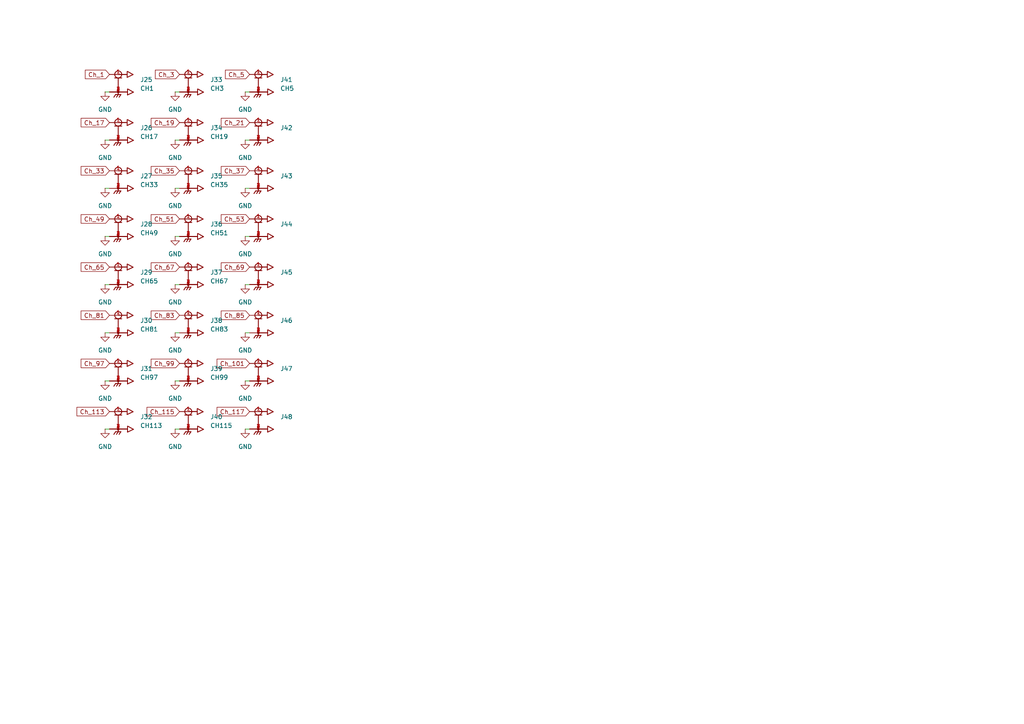
<source format=kicad_sch>
(kicad_sch (version 20231120) (generator "eeschema") (generator_version "8.0")
  (paper "A4")
  (lib_symbols
    (symbol "FARICH:20449-001E-03" (pin_names (offset 1.016))
      (property "Reference" "J" (at -3.816 4.0704 0))
      (property "Value" "20449-001E-03" (at -4.3251 -5.5971 0))
      (symbol "20449-001E-03_0_0"
        (circle (center 0 -2.54) (radius 0.254) (stroke (width 0.254)))
        (polyline (pts (xy -1.016 1.524) (xy 0 1.524)) (stroke (width 0.254)))
        (polyline (pts (xy -0.762 -3.302) (xy -1.27 -4.064)) (stroke (width 0.254)))
        (polyline (pts (xy 0 -3.302) (xy -0.762 -3.302)) (stroke (width 0.254)))
        (polyline (pts (xy 0 -3.302) (xy -0.508 -4.064)) (stroke (width 0.254)))
        (polyline (pts (xy 0 -3.302) (xy 0.762 -3.302)) (stroke (width 0.254)))
        (polyline (pts (xy 0 -2.54) (xy 0 -3.302)) (stroke (width 0.254)))
        (polyline (pts (xy 0 1.524) (xy 0 -2.54)) (stroke (width 0.254)))
        (polyline (pts (xy 0 1.524) (xy 1.016 1.524)) (stroke (width 0.254)))
        (polyline (pts (xy 0.762 -3.302) (xy 0.254 -4.064)) (stroke (width 0.254)))
        (polyline (pts (xy 2.54 -2.54) (xy 0 -2.54)) (stroke (width 0.254)))
        (polyline (pts (xy 2.54 2.54) (xy 0 2.54)) (stroke (width 0.254)))
        (polyline (pts (xy 2.6 1.7) (xy 4.3 2.5)) (stroke (width 0.254)))
        (polyline (pts (xy 2.6 3.4) (xy 2.6 1.7)) (stroke (width 0.254)))
        (polyline (pts (xy 2.7 -3.4) (xy 4.4 -2.6)) (stroke (width 0.254)))
        (polyline (pts (xy 2.7 -1.7) (xy 2.7 -3.4)) (stroke (width 0.254)))
        (polyline (pts (xy 4.3 2.5) (xy 2.7 3.4)) (stroke (width 0.254)))
        (polyline (pts (xy 4.4 -2.6) (xy 2.8 -1.7)) (stroke (width 0.254)))
        (circle (center 0 2.54) (radius 1.016) (stroke (width 0.254)))
        (pin passive line (at -2.54 2.54 0) (length 5.08) (name "~") (number "1"))
        (pin power_in line (at -2.54 -2.54 0) (length 5.08) (name "~") (number "2"))
        (pin power_in line (at -2.54 -2.54 0) (length 5.08) (name "~") (number "3"))
        (pin power_in line (at -2.54 -2.54 0) (length 5.08) (name "~") (number "4"))
      )
    )
    (symbol "power:GND" (power) (pin_numbers hide) (pin_names (offset 0) hide)
      (property "Value" "GND" (at 0 -3.81 0))
      (symbol "GND_0_1"
        (polyline (pts (xy 0 0) (xy 0 -1.27) (xy 1.27 -1.27) (xy 0 -2.54) (xy -1.27 -1.27) (xy 0 -1.27)))
      )
      (symbol "GND_1_1"
        (pin power_in line (at 0 0 270) (length 0) (name "~") (number "1"))
      )
    )
  )
  (wire (pts (xy 30.48 40.64) (xy 31.75 40.64)))
  (wire (pts (xy 30.48 96.52) (xy 31.75 96.52)))
  (wire (pts (xy 71.12 40.64) (xy 72.39 40.64)))
  (wire (pts (xy 30.48 82.55) (xy 31.75 82.55)))
  (wire (pts (xy 71.12 96.52) (xy 72.39 96.52)))
  (wire (pts (xy 50.8 124.46) (xy 52.07 124.46)))
  (wire (pts (xy 71.12 124.46) (xy 72.39 124.46)))
  (wire (pts (xy 50.8 96.52) (xy 52.07 96.52)))
  (wire (pts (xy 50.8 26.67) (xy 52.07 26.67)))
  (wire (pts (xy 50.8 82.55) (xy 52.07 82.55)))
  (wire (pts (xy 30.48 54.61) (xy 31.75 54.61)))
  (wire (pts (xy 50.8 40.64) (xy 52.07 40.64)))
  (wire (pts (xy 30.48 26.67) (xy 31.75 26.67)))
  (wire (pts (xy 71.12 68.58) (xy 72.39 68.58)))
  (wire (pts (xy 50.8 54.61) (xy 52.07 54.61)))
  (wire (pts (xy 71.12 54.61) (xy 72.39 54.61)))
  (wire (pts (xy 71.12 110.49) (xy 72.39 110.49)))
  (wire (pts (xy 71.12 26.67) (xy 72.39 26.67)))
  (wire (pts (xy 50.8 110.49) (xy 52.07 110.49)))
  (wire (pts (xy 30.48 110.49) (xy 31.75 110.49)))
  (wire (pts (xy 71.12 82.55) (xy 72.39 82.55)))
  (wire (pts (xy 30.48 124.46) (xy 31.75 124.46)))
  (wire (pts (xy 50.8 68.58) (xy 52.07 68.58)))
  (wire (pts (xy 30.48 68.58) (xy 31.75 68.58)))
  (global_label "Ch_65" (shape input) (at 31.75 77.47 180) (property "Intersheetrefs" "${INTERSHEET_REFS}" (effects (hide yes))))
  (global_label "Ch_5" (shape input) (at 72.39 21.59 180) (property "Intersheetrefs" "${INTERSHEET_REFS}" (effects (hide yes))))
  (global_label "Ch_21" (shape input) (at 72.39 35.56 180) (property "Intersheetrefs" "${INTERSHEET_REFS}" (effects (hide yes))))
  (global_label "Ch_35" (shape input) (at 52.07 49.53 180) (property "Intersheetrefs" "${INTERSHEET_REFS}" (effects (hide yes))))
  (global_label "Ch_1" (shape input) (at 31.75 21.59 180) (property "Intersheetrefs" "${INTERSHEET_REFS}" (effects (hide yes))))
  (global_label "Ch_113" (shape input) (at 31.75 119.38 180) (property "Intersheetrefs" "${INTERSHEET_REFS}" (effects (hide yes))))
  (global_label "Ch_3" (shape input) (at 52.07 21.59 180) (property "Intersheetrefs" "${INTERSHEET_REFS}" (effects (hide yes))))
  (global_label "Ch_85" (shape input) (at 72.39 91.44 180) (property "Intersheetrefs" "${INTERSHEET_REFS}" (effects (hide yes))))
  (global_label "Ch_37" (shape input) (at 72.39 49.53 180) (property "Intersheetrefs" "${INTERSHEET_REFS}" (effects (hide yes))))
  (global_label "Ch_83" (shape input) (at 52.07 91.44 180) (property "Intersheetrefs" "${INTERSHEET_REFS}" (effects (hide yes))))
  (global_label "Ch_33" (shape input) (at 31.75 49.53 180) (property "Intersheetrefs" "${INTERSHEET_REFS}" (effects (hide yes))))
  (global_label "Ch_81" (shape input) (at 31.75 91.44 180) (property "Intersheetrefs" "${INTERSHEET_REFS}" (effects (hide yes))))
  (global_label "Ch_53" (shape input) (at 72.39 63.5 180) (property "Intersheetrefs" "${INTERSHEET_REFS}" (effects (hide yes))))
  (global_label "Ch_17" (shape input) (at 31.75 35.56 180) (property "Intersheetrefs" "${INTERSHEET_REFS}" (effects (hide yes))))
  (global_label "Ch_19" (shape input) (at 52.07 35.56 180) (property "Intersheetrefs" "${INTERSHEET_REFS}" (effects (hide yes))))
  (global_label "Ch_101" (shape input) (at 72.39 105.41 180) (property "Intersheetrefs" "${INTERSHEET_REFS}" (effects (hide yes))))
  (global_label "Ch_97" (shape input) (at 31.75 105.41 180) (property "Intersheetrefs" "${INTERSHEET_REFS}" (effects (hide yes))))
  (global_label "Ch_117" (shape input) (at 72.39 119.38 180) (property "Intersheetrefs" "${INTERSHEET_REFS}" (effects (hide yes))))
  (global_label "Ch_69" (shape input) (at 72.39 77.47 180) (property "Intersheetrefs" "${INTERSHEET_REFS}" (effects (hide yes))))
  (global_label "Ch_99" (shape input) (at 52.07 105.41 180) (property "Intersheetrefs" "${INTERSHEET_REFS}" (effects (hide yes))))
  (global_label "Ch_51" (shape input) (at 52.07 63.5 180) (property "Intersheetrefs" "${INTERSHEET_REFS}" (effects (hide yes))))
  (global_label "Ch_67" (shape input) (at 52.07 77.47 180) (property "Intersheetrefs" "${INTERSHEET_REFS}" (effects (hide yes))))
  (global_label "Ch_49" (shape input) (at 31.75 63.5 180) (property "Intersheetrefs" "${INTERSHEET_REFS}" (effects (hide yes))))
  (global_label "Ch_115" (shape input) (at 52.07 119.38 180) (property "Intersheetrefs" "${INTERSHEET_REFS}" (effects (hide yes))))
  (symbol (lib_id "power:GND") (at 71.12 40.64 0) (unit 1)
    (property "Reference" "#PWR043" (effects (hide yes)))
    (property "Value" "GND" (at 71.12 45.72 0))
    (property "Description" "Power symbol creates a global label with name \"GND\" , ground" (effects (hide yes)))
  )
  (symbol (lib_id "power:GND") (at 30.48 68.58 0) (unit 1)
    (property "Reference" "#PWR029" (effects (hide yes)))
    (property "Value" "GND" (at 30.48 73.66 0))
    (property "Description" "Power symbol creates a global label with name \"GND\" , ground" (effects (hide yes)))
  )
  (symbol (lib_id "power:GND") (at 71.12 96.52 0) (unit 1)
    (property "Reference" "#PWR047" (effects (hide yes)))
    (property "Value" "GND" (at 71.12 101.6 0))
    (property "Description" "Power symbol creates a global label with name \"GND\" , ground" (effects (hide yes)))
  )
  (symbol (lib_id "power:GND") (at 71.12 54.61 0) (unit 1)
    (property "Reference" "#PWR044" (effects (hide yes)))
    (property "Value" "GND" (at 71.12 59.69 0))
    (property "Description" "Power symbol creates a global label with name \"GND\" , ground" (effects (hide yes)))
  )
  (symbol (lib_id "FARICH:20449-001E-03") (at 74.93 107.95 0) (unit 1)
    (property "Reference" "J47" (at 81.28 106.9339 0) (effects (justify left)))
    (property "Value" "CH101" (effects (hide yes)))
    (property "Footprint" "IPEX:IPEX_20449-001E-03" (effects (hide yes)))
    (property "MF" "I-PEX" (effects (hide yes)))
    (property "Description_1" "\n1 POS Vertical SMD Small form factor with big performance through 6 GHz connector, RF, micro-coaxial MHF 4 Receptacle\n" (effects (hide yes)))
    (property "Package" "None" (effects (hide yes)))
    (property "Price" "None" (effects (hide yes)))
    (property "Check_prices" "https://www.snapeda.com/parts/20449-001E-03/I-PEX/view-part/?ref=eda" (effects (hide yes)))
    (property "PARTREV" "5" (effects (hide yes)))
    (property "SnapEDA_Link" "https://www.snapeda.com/parts/20449-001E-03/I-PEX/view-part/?ref=snap" (effects (hide yes)))
    (property "MP" "20449-001E-03" (effects (hide yes)))
    (property "Purchase-URL" "https://www.snapeda.com/api/url_track_click_mouser/?unipart_id=3220640&manufacturer=I-PEX&part_name=20449-001E-03&search_term=ipex" (effects (hide yes)))
    (property "Availability" "In Stock" (effects (hide yes)))
    (property "STANDART" "Manufacturer Recomendations" (effects (hide yes)))
  )
  (symbol (lib_id "power:GND") (at 50.8 68.58 0) (unit 1)
    (property "Reference" "#PWR037" (effects (hide yes)))
    (property "Value" "GND" (at 50.8 73.66 0))
    (property "Description" "Power symbol creates a global label with name \"GND\" , ground" (effects (hide yes)))
  )
  (symbol (lib_id "power:GND") (at 71.12 26.67 0) (unit 1)
    (property "Reference" "#PWR042" (effects (hide yes)))
    (property "Value" "GND" (at 71.12 31.75 0))
    (property "Description" "Power symbol creates a global label with name \"GND\" , ground" (effects (hide yes)))
  )
  (symbol (lib_id "FARICH:20449-001E-03") (at 54.61 121.92 0) (unit 1)
    (property "Reference" "J40" (at 60.96 120.9039 0) (effects (justify left)))
    (property "Value" "CH115" (at 60.96 123.4439 0) (effects (justify left)))
    (property "Footprint" "IPEX:IPEX_20449-001E-03" (effects (hide yes)))
    (property "MF" "I-PEX" (effects (hide yes)))
    (property "Description_1" "\n1 POS Vertical SMD Small form factor with big performance through 6 GHz connector, RF, micro-coaxial MHF 4 Receptacle\n" (effects (hide yes)))
    (property "Package" "None" (effects (hide yes)))
    (property "Price" "None" (effects (hide yes)))
    (property "Check_prices" "https://www.snapeda.com/parts/20449-001E-03/I-PEX/view-part/?ref=eda" (effects (hide yes)))
    (property "PARTREV" "5" (effects (hide yes)))
    (property "SnapEDA_Link" "https://www.snapeda.com/parts/20449-001E-03/I-PEX/view-part/?ref=snap" (effects (hide yes)))
    (property "MP" "20449-001E-03" (effects (hide yes)))
    (property "Purchase-URL" "https://www.snapeda.com/api/url_track_click_mouser/?unipart_id=3220640&manufacturer=I-PEX&part_name=20449-001E-03&search_term=ipex" (effects (hide yes)))
    (property "Availability" "In Stock" (effects (hide yes)))
    (property "STANDART" "Manufacturer Recomendations" (effects (hide yes)))
  )
  (symbol (lib_id "FARICH:20449-001E-03") (at 34.29 24.13 0) (unit 1)
    (property "Reference" "J25" (at 40.64 23.1139 0) (effects (justify left)))
    (property "Value" "CH1" (at 40.64 25.6539 0) (effects (justify left)))
    (property "Footprint" "IPEX:IPEX_20449-001E-03" (effects (hide yes)))
    (property "MF" "I-PEX" (effects (hide yes)))
    (property "Description_1" "\n1 POS Vertical SMD Small form factor with big performance through 6 GHz connector, RF, micro-coaxial MHF 4 Receptacle\n" (effects (hide yes)))
    (property "Package" "None" (effects (hide yes)))
    (property "Price" "None" (effects (hide yes)))
    (property "Check_prices" "https://www.snapeda.com/parts/20449-001E-03/I-PEX/view-part/?ref=eda" (effects (hide yes)))
    (property "PARTREV" "5" (effects (hide yes)))
    (property "SnapEDA_Link" "https://www.snapeda.com/parts/20449-001E-03/I-PEX/view-part/?ref=snap" (effects (hide yes)))
    (property "MP" "20449-001E-03" (effects (hide yes)))
    (property "Purchase-URL" "https://www.snapeda.com/api/url_track_click_mouser/?unipart_id=3220640&manufacturer=I-PEX&part_name=20449-001E-03&search_term=ipex" (effects (hide yes)))
    (property "Availability" "In Stock" (effects (hide yes)))
    (property "STANDART" "Manufacturer Recomendations" (effects (hide yes)))
  )
  (symbol (lib_id "power:GND") (at 30.48 110.49 0) (unit 1)
    (property "Reference" "#PWR032" (effects (hide yes)))
    (property "Value" "GND" (at 30.48 115.57 0))
    (property "Description" "Power symbol creates a global label with name \"GND\" , ground" (effects (hide yes)))
  )
  (symbol (lib_id "power:GND") (at 30.48 40.64 0) (unit 1)
    (property "Reference" "#PWR027" (effects (hide yes)))
    (property "Value" "GND" (at 30.48 45.72 0))
    (property "Description" "Power symbol creates a global label with name \"GND\" , ground" (effects (hide yes)))
  )
  (symbol (lib_id "power:GND") (at 71.12 124.46 0) (unit 1)
    (property "Reference" "#PWR049" (effects (hide yes)))
    (property "Value" "GND" (at 71.12 129.54 0))
    (property "Description" "Power symbol creates a global label with name \"GND\" , ground" (effects (hide yes)))
  )
  (symbol (lib_id "FARICH:20449-001E-03") (at 54.61 38.1 0) (unit 1)
    (property "Reference" "J34" (at 60.96 37.0839 0) (effects (justify left)))
    (property "Value" "CH19" (at 60.96 39.6239 0) (effects (justify left)))
    (property "Footprint" "IPEX:IPEX_20449-001E-03" (effects (hide yes)))
    (property "MF" "I-PEX" (effects (hide yes)))
    (property "Description_1" "\n1 POS Vertical SMD Small form factor with big performance through 6 GHz connector, RF, micro-coaxial MHF 4 Receptacle\n" (effects (hide yes)))
    (property "Package" "None" (effects (hide yes)))
    (property "Price" "None" (effects (hide yes)))
    (property "Check_prices" "https://www.snapeda.com/parts/20449-001E-03/I-PEX/view-part/?ref=eda" (effects (hide yes)))
    (property "PARTREV" "5" (effects (hide yes)))
    (property "SnapEDA_Link" "https://www.snapeda.com/parts/20449-001E-03/I-PEX/view-part/?ref=snap" (effects (hide yes)))
    (property "MP" "20449-001E-03" (effects (hide yes)))
    (property "Purchase-URL" "https://www.snapeda.com/api/url_track_click_mouser/?unipart_id=3220640&manufacturer=I-PEX&part_name=20449-001E-03&search_term=ipex" (effects (hide yes)))
    (property "Availability" "In Stock" (effects (hide yes)))
    (property "STANDART" "Manufacturer Recomendations" (effects (hide yes)))
  )
  (symbol (lib_id "power:GND") (at 50.8 82.55 0) (unit 1)
    (property "Reference" "#PWR038" (effects (hide yes)))
    (property "Value" "GND" (at 50.8 87.63 0))
    (property "Description" "Power symbol creates a global label with name \"GND\" , ground" (effects (hide yes)))
  )
  (symbol (lib_id "power:GND") (at 30.48 54.61 0) (unit 1)
    (property "Reference" "#PWR028" (effects (hide yes)))
    (property "Value" "GND" (at 30.48 59.69 0))
    (property "Description" "Power symbol creates a global label with name \"GND\" , ground" (effects (hide yes)))
  )
  (symbol (lib_id "FARICH:20449-001E-03") (at 34.29 107.95 0) (unit 1)
    (property "Reference" "J31" (at 40.64 106.9339 0) (effects (justify left)))
    (property "Value" "CH97" (at 40.64 109.4739 0) (effects (justify left)))
    (property "Footprint" "IPEX:IPEX_20449-001E-03" (effects (hide yes)))
    (property "MF" "I-PEX" (effects (hide yes)))
    (property "Description_1" "\n1 POS Vertical SMD Small form factor with big performance through 6 GHz connector, RF, micro-coaxial MHF 4 Receptacle\n" (effects (hide yes)))
    (property "Package" "None" (effects (hide yes)))
    (property "Price" "None" (effects (hide yes)))
    (property "Check_prices" "https://www.snapeda.com/parts/20449-001E-03/I-PEX/view-part/?ref=eda" (effects (hide yes)))
    (property "PARTREV" "5" (effects (hide yes)))
    (property "SnapEDA_Link" "https://www.snapeda.com/parts/20449-001E-03/I-PEX/view-part/?ref=snap" (effects (hide yes)))
    (property "MP" "20449-001E-03" (effects (hide yes)))
    (property "Purchase-URL" "https://www.snapeda.com/api/url_track_click_mouser/?unipart_id=3220640&manufacturer=I-PEX&part_name=20449-001E-03&search_term=ipex" (effects (hide yes)))
    (property "Availability" "In Stock" (effects (hide yes)))
    (property "STANDART" "Manufacturer Recomendations" (effects (hide yes)))
  )
  (symbol (lib_id "FARICH:20449-001E-03") (at 34.29 66.04 0) (unit 1)
    (property "Reference" "J28" (at 40.64 65.0239 0) (effects (justify left)))
    (property "Value" "CH49" (at 40.64 67.5639 0) (effects (justify left)))
    (property "Footprint" "IPEX:IPEX_20449-001E-03" (effects (hide yes)))
    (property "MF" "I-PEX" (effects (hide yes)))
    (property "Description_1" "\n1 POS Vertical SMD Small form factor with big performance through 6 GHz connector, RF, micro-coaxial MHF 4 Receptacle\n" (effects (hide yes)))
    (property "Package" "None" (effects (hide yes)))
    (property "Price" "None" (effects (hide yes)))
    (property "Check_prices" "https://www.snapeda.com/parts/20449-001E-03/I-PEX/view-part/?ref=eda" (effects (hide yes)))
    (property "PARTREV" "5" (effects (hide yes)))
    (property "SnapEDA_Link" "https://www.snapeda.com/parts/20449-001E-03/I-PEX/view-part/?ref=snap" (effects (hide yes)))
    (property "MP" "20449-001E-03" (effects (hide yes)))
    (property "Purchase-URL" "https://www.snapeda.com/api/url_track_click_mouser/?unipart_id=3220640&manufacturer=I-PEX&part_name=20449-001E-03&search_term=ipex" (effects (hide yes)))
    (property "Availability" "In Stock" (effects (hide yes)))
    (property "STANDART" "Manufacturer Recomendations" (effects (hide yes)))
  )
  (symbol (lib_id "FARICH:20449-001E-03") (at 74.93 93.98 0) (unit 1)
    (property "Reference" "J46" (at 81.28 92.9639 0) (effects (justify left)))
    (property "Value" "CH85" (effects (hide yes)))
    (property "Footprint" "IPEX:IPEX_20449-001E-03" (effects (hide yes)))
    (property "MF" "I-PEX" (effects (hide yes)))
    (property "Description_1" "\n1 POS Vertical SMD Small form factor with big performance through 6 GHz connector, RF, micro-coaxial MHF 4 Receptacle\n" (effects (hide yes)))
    (property "Package" "None" (effects (hide yes)))
    (property "Price" "None" (effects (hide yes)))
    (property "Check_prices" "https://www.snapeda.com/parts/20449-001E-03/I-PEX/view-part/?ref=eda" (effects (hide yes)))
    (property "PARTREV" "5" (effects (hide yes)))
    (property "SnapEDA_Link" "https://www.snapeda.com/parts/20449-001E-03/I-PEX/view-part/?ref=snap" (effects (hide yes)))
    (property "MP" "20449-001E-03" (effects (hide yes)))
    (property "Purchase-URL" "https://www.snapeda.com/api/url_track_click_mouser/?unipart_id=3220640&manufacturer=I-PEX&part_name=20449-001E-03&search_term=ipex" (effects (hide yes)))
    (property "Availability" "In Stock" (effects (hide yes)))
    (property "STANDART" "Manufacturer Recomendations" (effects (hide yes)))
  )
  (symbol (lib_id "FARICH:20449-001E-03") (at 54.61 52.07 0) (unit 1)
    (property "Reference" "J35" (at 60.96 51.0539 0) (effects (justify left)))
    (property "Value" "CH35" (at 60.96 53.5939 0) (effects (justify left)))
    (property "Footprint" "IPEX:IPEX_20449-001E-03" (effects (hide yes)))
    (property "MF" "I-PEX" (effects (hide yes)))
    (property "Description_1" "\n1 POS Vertical SMD Small form factor with big performance through 6 GHz connector, RF, micro-coaxial MHF 4 Receptacle\n" (effects (hide yes)))
    (property "Package" "None" (effects (hide yes)))
    (property "Price" "None" (effects (hide yes)))
    (property "Check_prices" "https://www.snapeda.com/parts/20449-001E-03/I-PEX/view-part/?ref=eda" (effects (hide yes)))
    (property "PARTREV" "5" (effects (hide yes)))
    (property "SnapEDA_Link" "https://www.snapeda.com/parts/20449-001E-03/I-PEX/view-part/?ref=snap" (effects (hide yes)))
    (property "MP" "20449-001E-03" (effects (hide yes)))
    (property "Purchase-URL" "https://www.snapeda.com/api/url_track_click_mouser/?unipart_id=3220640&manufacturer=I-PEX&part_name=20449-001E-03&search_term=ipex" (effects (hide yes)))
    (property "Availability" "In Stock" (effects (hide yes)))
    (property "STANDART" "Manufacturer Recomendations" (effects (hide yes)))
  )
  (symbol (lib_id "FARICH:20449-001E-03") (at 74.93 38.1 0) (unit 1)
    (property "Reference" "J42" (at 81.28 37.0839 0) (effects (justify left)))
    (property "Value" "CH21" (effects (hide yes)))
    (property "Footprint" "IPEX:IPEX_20449-001E-03" (effects (hide yes)))
    (property "MF" "I-PEX" (effects (hide yes)))
    (property "Description_1" "\n1 POS Vertical SMD Small form factor with big performance through 6 GHz connector, RF, micro-coaxial MHF 4 Receptacle\n" (effects (hide yes)))
    (property "Package" "None" (effects (hide yes)))
    (property "Price" "None" (effects (hide yes)))
    (property "Check_prices" "https://www.snapeda.com/parts/20449-001E-03/I-PEX/view-part/?ref=eda" (effects (hide yes)))
    (property "PARTREV" "5" (effects (hide yes)))
    (property "SnapEDA_Link" "https://www.snapeda.com/parts/20449-001E-03/I-PEX/view-part/?ref=snap" (effects (hide yes)))
    (property "MP" "20449-001E-03" (effects (hide yes)))
    (property "Purchase-URL" "https://www.snapeda.com/api/url_track_click_mouser/?unipart_id=3220640&manufacturer=I-PEX&part_name=20449-001E-03&search_term=ipex" (effects (hide yes)))
    (property "Availability" "In Stock" (effects (hide yes)))
    (property "STANDART" "Manufacturer Recomendations" (effects (hide yes)))
  )
  (symbol (lib_id "FARICH:20449-001E-03") (at 54.61 24.13 0) (unit 1)
    (property "Reference" "J33" (at 60.96 23.1139 0) (effects (justify left)))
    (property "Value" "CH3" (at 60.96 25.6539 0) (effects (justify left)))
    (property "Footprint" "IPEX:IPEX_20449-001E-03" (effects (hide yes)))
    (property "MF" "I-PEX" (effects (hide yes)))
    (property "Description_1" "\n1 POS Vertical SMD Small form factor with big performance through 6 GHz connector, RF, micro-coaxial MHF 4 Receptacle\n" (effects (hide yes)))
    (property "Package" "None" (effects (hide yes)))
    (property "Price" "None" (effects (hide yes)))
    (property "Check_prices" "https://www.snapeda.com/parts/20449-001E-03/I-PEX/view-part/?ref=eda" (effects (hide yes)))
    (property "PARTREV" "5" (effects (hide yes)))
    (property "SnapEDA_Link" "https://www.snapeda.com/parts/20449-001E-03/I-PEX/view-part/?ref=snap" (effects (hide yes)))
    (property "MP" "20449-001E-03" (effects (hide yes)))
    (property "Purchase-URL" "https://www.snapeda.com/api/url_track_click_mouser/?unipart_id=3220640&manufacturer=I-PEX&part_name=20449-001E-03&search_term=ipex" (effects (hide yes)))
    (property "Availability" "In Stock" (effects (hide yes)))
    (property "STANDART" "Manufacturer Recomendations" (effects (hide yes)))
  )
  (symbol (lib_id "power:GND") (at 50.8 54.61 0) (unit 1)
    (property "Reference" "#PWR036" (effects (hide yes)))
    (property "Value" "GND" (at 50.8 59.69 0))
    (property "Description" "Power symbol creates a global label with name \"GND\" , ground" (effects (hide yes)))
  )
  (symbol (lib_id "FARICH:20449-001E-03") (at 74.93 24.13 0) (unit 1)
    (property "Reference" "J41" (at 81.28 23.1139 0) (effects (justify left)))
    (property "Value" "CH5" (at 81.28 25.6539 0) (effects (justify left)))
    (property "Footprint" "IPEX:IPEX_20449-001E-03" (effects (hide yes)))
    (property "MF" "I-PEX" (effects (hide yes)))
    (property "Description_1" "\n1 POS Vertical SMD Small form factor with big performance through 6 GHz connector, RF, micro-coaxial MHF 4 Receptacle\n" (effects (hide yes)))
    (property "Package" "None" (effects (hide yes)))
    (property "Price" "None" (effects (hide yes)))
    (property "Check_prices" "https://www.snapeda.com/parts/20449-001E-03/I-PEX/view-part/?ref=eda" (effects (hide yes)))
    (property "PARTREV" "5" (effects (hide yes)))
    (property "SnapEDA_Link" "https://www.snapeda.com/parts/20449-001E-03/I-PEX/view-part/?ref=snap" (effects (hide yes)))
    (property "MP" "20449-001E-03" (effects (hide yes)))
    (property "Purchase-URL" "https://www.snapeda.com/api/url_track_click_mouser/?unipart_id=3220640&manufacturer=I-PEX&part_name=20449-001E-03&search_term=ipex" (effects (hide yes)))
    (property "Availability" "In Stock" (effects (hide yes)))
    (property "STANDART" "Manufacturer Recomendations" (effects (hide yes)))
  )
  (symbol (lib_id "power:GND") (at 50.8 124.46 0) (unit 1)
    (property "Reference" "#PWR041" (effects (hide yes)))
    (property "Value" "GND" (at 50.8 129.54 0))
    (property "Description" "Power symbol creates a global label with name \"GND\" , ground" (effects (hide yes)))
  )
  (symbol (lib_id "power:GND") (at 50.8 26.67 0) (unit 1)
    (property "Reference" "#PWR034" (effects (hide yes)))
    (property "Value" "GND" (at 50.8 31.75 0))
    (property "Description" "Power symbol creates a global label with name \"GND\" , ground" (effects (hide yes)))
  )
  (symbol (lib_id "power:GND") (at 71.12 68.58 0) (unit 1)
    (property "Reference" "#PWR045" (effects (hide yes)))
    (property "Value" "GND" (at 71.12 73.66 0))
    (property "Description" "Power symbol creates a global label with name \"GND\" , ground" (effects (hide yes)))
  )
  (symbol (lib_id "FARICH:20449-001E-03") (at 74.93 66.04 0) (unit 1)
    (property "Reference" "J44" (at 81.28 65.0239 0) (effects (justify left)))
    (property "Value" "CH53" (effects (hide yes)))
    (property "Footprint" "IPEX:IPEX_20449-001E-03" (effects (hide yes)))
    (property "MF" "I-PEX" (effects (hide yes)))
    (property "Description_1" "\n1 POS Vertical SMD Small form factor with big performance through 6 GHz connector, RF, micro-coaxial MHF 4 Receptacle\n" (effects (hide yes)))
    (property "Package" "None" (effects (hide yes)))
    (property "Price" "None" (effects (hide yes)))
    (property "Check_prices" "https://www.snapeda.com/parts/20449-001E-03/I-PEX/view-part/?ref=eda" (effects (hide yes)))
    (property "PARTREV" "5" (effects (hide yes)))
    (property "SnapEDA_Link" "https://www.snapeda.com/parts/20449-001E-03/I-PEX/view-part/?ref=snap" (effects (hide yes)))
    (property "MP" "20449-001E-03" (effects (hide yes)))
    (property "Purchase-URL" "https://www.snapeda.com/api/url_track_click_mouser/?unipart_id=3220640&manufacturer=I-PEX&part_name=20449-001E-03&search_term=ipex" (effects (hide yes)))
    (property "Availability" "In Stock" (effects (hide yes)))
    (property "STANDART" "Manufacturer Recomendations" (effects (hide yes)))
  )
  (symbol (lib_id "FARICH:20449-001E-03") (at 34.29 80.01 0) (unit 1)
    (property "Reference" "J29" (at 40.64 78.9939 0) (effects (justify left)))
    (property "Value" "CH65" (at 40.64 81.5339 0) (effects (justify left)))
    (property "Footprint" "IPEX:IPEX_20449-001E-03" (effects (hide yes)))
    (property "MF" "I-PEX" (effects (hide yes)))
    (property "Description_1" "\n1 POS Vertical SMD Small form factor with big performance through 6 GHz connector, RF, micro-coaxial MHF 4 Receptacle\n" (effects (hide yes)))
    (property "Package" "None" (effects (hide yes)))
    (property "Price" "None" (effects (hide yes)))
    (property "Check_prices" "https://www.snapeda.com/parts/20449-001E-03/I-PEX/view-part/?ref=eda" (effects (hide yes)))
    (property "PARTREV" "5" (effects (hide yes)))
    (property "SnapEDA_Link" "https://www.snapeda.com/parts/20449-001E-03/I-PEX/view-part/?ref=snap" (effects (hide yes)))
    (property "MP" "20449-001E-03" (effects (hide yes)))
    (property "Purchase-URL" "https://www.snapeda.com/api/url_track_click_mouser/?unipart_id=3220640&manufacturer=I-PEX&part_name=20449-001E-03&search_term=ipex" (effects (hide yes)))
    (property "Availability" "In Stock" (effects (hide yes)))
    (property "STANDART" "Manufacturer Recomendations" (effects (hide yes)))
  )
  (symbol (lib_id "power:GND") (at 50.8 96.52 0) (unit 1)
    (property "Reference" "#PWR039" (effects (hide yes)))
    (property "Value" "GND" (at 50.8 101.6 0))
    (property "Description" "Power symbol creates a global label with name \"GND\" , ground" (effects (hide yes)))
  )
  (symbol (lib_id "FARICH:20449-001E-03") (at 74.93 80.01 0) (unit 1)
    (property "Reference" "J45" (at 81.28 78.9939 0) (effects (justify left)))
    (property "Value" "CH69" (effects (hide yes)))
    (property "Footprint" "IPEX:IPEX_20449-001E-03" (effects (hide yes)))
    (property "MF" "I-PEX" (effects (hide yes)))
    (property "Description_1" "\n1 POS Vertical SMD Small form factor with big performance through 6 GHz connector, RF, micro-coaxial MHF 4 Receptacle\n" (effects (hide yes)))
    (property "Package" "None" (effects (hide yes)))
    (property "Price" "None" (effects (hide yes)))
    (property "Check_prices" "https://www.snapeda.com/parts/20449-001E-03/I-PEX/view-part/?ref=eda" (effects (hide yes)))
    (property "PARTREV" "5" (effects (hide yes)))
    (property "SnapEDA_Link" "https://www.snapeda.com/parts/20449-001E-03/I-PEX/view-part/?ref=snap" (effects (hide yes)))
    (property "MP" "20449-001E-03" (effects (hide yes)))
    (property "Purchase-URL" "https://www.snapeda.com/api/url_track_click_mouser/?unipart_id=3220640&manufacturer=I-PEX&part_name=20449-001E-03&search_term=ipex" (effects (hide yes)))
    (property "Availability" "In Stock" (effects (hide yes)))
    (property "STANDART" "Manufacturer Recomendations" (effects (hide yes)))
  )
  (symbol (lib_id "FARICH:20449-001E-03") (at 34.29 38.1 0) (unit 1)
    (property "Reference" "J26" (at 40.64 37.0839 0) (effects (justify left)))
    (property "Value" "CH17" (at 40.64 39.6239 0) (effects (justify left)))
    (property "Footprint" "IPEX:IPEX_20449-001E-03" (effects (hide yes)))
    (property "MF" "I-PEX" (effects (hide yes)))
    (property "Description_1" "\n1 POS Vertical SMD Small form factor with big performance through 6 GHz connector, RF, micro-coaxial MHF 4 Receptacle\n" (effects (hide yes)))
    (property "Package" "None" (effects (hide yes)))
    (property "Price" "None" (effects (hide yes)))
    (property "Check_prices" "https://www.snapeda.com/parts/20449-001E-03/I-PEX/view-part/?ref=eda" (effects (hide yes)))
    (property "PARTREV" "5" (effects (hide yes)))
    (property "SnapEDA_Link" "https://www.snapeda.com/parts/20449-001E-03/I-PEX/view-part/?ref=snap" (effects (hide yes)))
    (property "MP" "20449-001E-03" (effects (hide yes)))
    (property "Purchase-URL" "https://www.snapeda.com/api/url_track_click_mouser/?unipart_id=3220640&manufacturer=I-PEX&part_name=20449-001E-03&search_term=ipex" (effects (hide yes)))
    (property "Availability" "In Stock" (effects (hide yes)))
    (property "STANDART" "Manufacturer Recomendations" (effects (hide yes)))
  )
  (symbol (lib_id "FARICH:20449-001E-03") (at 54.61 93.98 0) (unit 1)
    (property "Reference" "J38" (at 60.96 92.9639 0) (effects (justify left)))
    (property "Value" "CH83" (at 60.96 95.5039 0) (effects (justify left)))
    (property "Footprint" "IPEX:IPEX_20449-001E-03" (effects (hide yes)))
    (property "MF" "I-PEX" (effects (hide yes)))
    (property "Description_1" "\n1 POS Vertical SMD Small form factor with big performance through 6 GHz connector, RF, micro-coaxial MHF 4 Receptacle\n" (effects (hide yes)))
    (property "Package" "None" (effects (hide yes)))
    (property "Price" "None" (effects (hide yes)))
    (property "Check_prices" "https://www.snapeda.com/parts/20449-001E-03/I-PEX/view-part/?ref=eda" (effects (hide yes)))
    (property "PARTREV" "5" (effects (hide yes)))
    (property "SnapEDA_Link" "https://www.snapeda.com/parts/20449-001E-03/I-PEX/view-part/?ref=snap" (effects (hide yes)))
    (property "MP" "20449-001E-03" (effects (hide yes)))
    (property "Purchase-URL" "https://www.snapeda.com/api/url_track_click_mouser/?unipart_id=3220640&manufacturer=I-PEX&part_name=20449-001E-03&search_term=ipex" (effects (hide yes)))
    (property "Availability" "In Stock" (effects (hide yes)))
    (property "STANDART" "Manufacturer Recomendations" (effects (hide yes)))
  )
  (symbol (lib_id "power:GND") (at 30.48 26.67 0) (unit 1)
    (property "Reference" "#PWR026" (effects (hide yes)))
    (property "Value" "GND" (at 30.48 31.75 0))
    (property "Description" "Power symbol creates a global label with name \"GND\" , ground" (effects (hide yes)))
  )
  (symbol (lib_id "FARICH:20449-001E-03") (at 74.93 52.07 0) (unit 1)
    (property "Reference" "J43" (at 81.28 51.0539 0) (effects (justify left)))
    (property "Value" "CH37" (effects (hide yes)))
    (property "Footprint" "IPEX:IPEX_20449-001E-03" (effects (hide yes)))
    (property "MF" "I-PEX" (effects (hide yes)))
    (property "Description_1" "\n1 POS Vertical SMD Small form factor with big performance through 6 GHz connector, RF, micro-coaxial MHF 4 Receptacle\n" (effects (hide yes)))
    (property "Package" "None" (effects (hide yes)))
    (property "Price" "None" (effects (hide yes)))
    (property "Check_prices" "https://www.snapeda.com/parts/20449-001E-03/I-PEX/view-part/?ref=eda" (effects (hide yes)))
    (property "PARTREV" "5" (effects (hide yes)))
    (property "SnapEDA_Link" "https://www.snapeda.com/parts/20449-001E-03/I-PEX/view-part/?ref=snap" (effects (hide yes)))
    (property "MP" "20449-001E-03" (effects (hide yes)))
    (property "Purchase-URL" "https://www.snapeda.com/api/url_track_click_mouser/?unipart_id=3220640&manufacturer=I-PEX&part_name=20449-001E-03&search_term=ipex" (effects (hide yes)))
    (property "Availability" "In Stock" (effects (hide yes)))
    (property "STANDART" "Manufacturer Recomendations" (effects (hide yes)))
  )
  (symbol (lib_id "FARICH:20449-001E-03") (at 74.93 121.92 0) (unit 1)
    (property "Reference" "J48" (at 81.28 120.9039 0) (effects (justify left)))
    (property "Value" "CH117" (effects (hide yes)))
    (property "Footprint" "IPEX:IPEX_20449-001E-03" (effects (hide yes)))
    (property "MF" "I-PEX" (effects (hide yes)))
    (property "Description_1" "\n1 POS Vertical SMD Small form factor with big performance through 6 GHz connector, RF, micro-coaxial MHF 4 Receptacle\n" (effects (hide yes)))
    (property "Package" "None" (effects (hide yes)))
    (property "Price" "None" (effects (hide yes)))
    (property "Check_prices" "https://www.snapeda.com/parts/20449-001E-03/I-PEX/view-part/?ref=eda" (effects (hide yes)))
    (property "PARTREV" "5" (effects (hide yes)))
    (property "SnapEDA_Link" "https://www.snapeda.com/parts/20449-001E-03/I-PEX/view-part/?ref=snap" (effects (hide yes)))
    (property "MP" "20449-001E-03" (effects (hide yes)))
    (property "Purchase-URL" "https://www.snapeda.com/api/url_track_click_mouser/?unipart_id=3220640&manufacturer=I-PEX&part_name=20449-001E-03&search_term=ipex" (effects (hide yes)))
    (property "Availability" "In Stock" (effects (hide yes)))
    (property "STANDART" "Manufacturer Recomendations" (effects (hide yes)))
  )
  (symbol (lib_id "power:GND") (at 50.8 40.64 0) (unit 1)
    (property "Reference" "#PWR035" (effects (hide yes)))
    (property "Value" "GND" (at 50.8 45.72 0))
    (property "Description" "Power symbol creates a global label with name \"GND\" , ground" (effects (hide yes)))
  )
  (symbol (lib_id "FARICH:20449-001E-03") (at 34.29 93.98 0) (unit 1)
    (property "Reference" "J30" (at 40.64 92.9639 0) (effects (justify left)))
    (property "Value" "CH81" (at 40.64 95.5039 0) (effects (justify left)))
    (property "Footprint" "IPEX:IPEX_20449-001E-03" (effects (hide yes)))
    (property "MF" "I-PEX" (effects (hide yes)))
    (property "Description_1" "\n1 POS Vertical SMD Small form factor with big performance through 6 GHz connector, RF, micro-coaxial MHF 4 Receptacle\n" (effects (hide yes)))
    (property "Package" "None" (effects (hide yes)))
    (property "Price" "None" (effects (hide yes)))
    (property "Check_prices" "https://www.snapeda.com/parts/20449-001E-03/I-PEX/view-part/?ref=eda" (effects (hide yes)))
    (property "PARTREV" "5" (effects (hide yes)))
    (property "SnapEDA_Link" "https://www.snapeda.com/parts/20449-001E-03/I-PEX/view-part/?ref=snap" (effects (hide yes)))
    (property "MP" "20449-001E-03" (effects (hide yes)))
    (property "Purchase-URL" "https://www.snapeda.com/api/url_track_click_mouser/?unipart_id=3220640&manufacturer=I-PEX&part_name=20449-001E-03&search_term=ipex" (effects (hide yes)))
    (property "Availability" "In Stock" (effects (hide yes)))
    (property "STANDART" "Manufacturer Recomendations" (effects (hide yes)))
  )
  (symbol (lib_id "power:GND") (at 71.12 110.49 0) (unit 1)
    (property "Reference" "#PWR048" (effects (hide yes)))
    (property "Value" "GND" (at 71.12 115.57 0))
    (property "Description" "Power symbol creates a global label with name \"GND\" , ground" (effects (hide yes)))
  )
  (symbol (lib_id "power:GND") (at 30.48 82.55 0) (unit 1)
    (property "Reference" "#PWR030" (effects (hide yes)))
    (property "Value" "GND" (at 30.48 87.63 0))
    (property "Description" "Power symbol creates a global label with name \"GND\" , ground" (effects (hide yes)))
  )
  (symbol (lib_id "power:GND") (at 50.8 110.49 0) (unit 1)
    (property "Reference" "#PWR040" (effects (hide yes)))
    (property "Value" "GND" (at 50.8 115.57 0))
    (property "Description" "Power symbol creates a global label with name \"GND\" , ground" (effects (hide yes)))
  )
  (symbol (lib_id "power:GND") (at 30.48 96.52 0) (unit 1)
    (property "Reference" "#PWR031" (effects (hide yes)))
    (property "Value" "GND" (at 30.48 101.6 0))
    (property "Description" "Power symbol creates a global label with name \"GND\" , ground" (effects (hide yes)))
  )
  (symbol (lib_id "power:GND") (at 30.48 124.46 0) (unit 1)
    (property "Reference" "#PWR033" (effects (hide yes)))
    (property "Value" "GND" (at 30.48 129.54 0))
    (property "Description" "Power symbol creates a global label with name \"GND\" , ground" (effects (hide yes)))
  )
  (symbol (lib_id "power:GND") (at 71.12 82.55 0) (unit 1)
    (property "Reference" "#PWR046" (effects (hide yes)))
    (property "Value" "GND" (at 71.12 87.63 0))
    (property "Description" "Power symbol creates a global label with name \"GND\" , ground" (effects (hide yes)))
  )
  (symbol (lib_id "FARICH:20449-001E-03") (at 34.29 52.07 0) (unit 1)
    (property "Reference" "J27" (at 40.64 51.0539 0) (effects (justify left)))
    (property "Value" "CH33" (at 40.64 53.5939 0) (effects (justify left)))
    (property "Footprint" "IPEX:IPEX_20449-001E-03" (effects (hide yes)))
    (property "MF" "I-PEX" (effects (hide yes)))
    (property "Description_1" "\n1 POS Vertical SMD Small form factor with big performance through 6 GHz connector, RF, micro-coaxial MHF 4 Receptacle\n" (effects (hide yes)))
    (property "Package" "None" (effects (hide yes)))
    (property "Price" "None" (effects (hide yes)))
    (property "Check_prices" "https://www.snapeda.com/parts/20449-001E-03/I-PEX/view-part/?ref=eda" (effects (hide yes)))
    (property "PARTREV" "5" (effects (hide yes)))
    (property "SnapEDA_Link" "https://www.snapeda.com/parts/20449-001E-03/I-PEX/view-part/?ref=snap" (effects (hide yes)))
    (property "MP" "20449-001E-03" (effects (hide yes)))
    (property "Purchase-URL" "https://www.snapeda.com/api/url_track_click_mouser/?unipart_id=3220640&manufacturer=I-PEX&part_name=20449-001E-03&search_term=ipex" (effects (hide yes)))
    (property "Availability" "In Stock" (effects (hide yes)))
    (property "STANDART" "Manufacturer Recomendations" (effects (hide yes)))
  )
  (symbol (lib_id "FARICH:20449-001E-03") (at 54.61 107.95 0) (unit 1)
    (property "Reference" "J39" (at 60.96 106.9339 0) (effects (justify left)))
    (property "Value" "CH99" (at 60.96 109.4739 0) (effects (justify left)))
    (property "Footprint" "IPEX:IPEX_20449-001E-03" (effects (hide yes)))
    (property "MF" "I-PEX" (effects (hide yes)))
    (property "Description_1" "\n1 POS Vertical SMD Small form factor with big performance through 6 GHz connector, RF, micro-coaxial MHF 4 Receptacle\n" (effects (hide yes)))
    (property "Package" "None" (effects (hide yes)))
    (property "Price" "None" (effects (hide yes)))
    (property "Check_prices" "https://www.snapeda.com/parts/20449-001E-03/I-PEX/view-part/?ref=eda" (effects (hide yes)))
    (property "PARTREV" "5" (effects (hide yes)))
    (property "SnapEDA_Link" "https://www.snapeda.com/parts/20449-001E-03/I-PEX/view-part/?ref=snap" (effects (hide yes)))
    (property "MP" "20449-001E-03" (effects (hide yes)))
    (property "Purchase-URL" "https://www.snapeda.com/api/url_track_click_mouser/?unipart_id=3220640&manufacturer=I-PEX&part_name=20449-001E-03&search_term=ipex" (effects (hide yes)))
    (property "Availability" "In Stock" (effects (hide yes)))
    (property "STANDART" "Manufacturer Recomendations" (effects (hide yes)))
  )
  (symbol (lib_id "FARICH:20449-001E-03") (at 54.61 66.04 0) (unit 1)
    (property "Reference" "J36" (at 60.96 65.0239 0) (effects (justify left)))
    (property "Value" "CH51" (at 60.96 67.5639 0) (effects (justify left)))
    (property "Footprint" "IPEX:IPEX_20449-001E-03" (effects (hide yes)))
    (property "MF" "I-PEX" (effects (hide yes)))
    (property "Description_1" "\n1 POS Vertical SMD Small form factor with big performance through 6 GHz connector, RF, micro-coaxial MHF 4 Receptacle\n" (effects (hide yes)))
    (property "Package" "None" (effects (hide yes)))
    (property "Price" "None" (effects (hide yes)))
    (property "Check_prices" "https://www.snapeda.com/parts/20449-001E-03/I-PEX/view-part/?ref=eda" (effects (hide yes)))
    (property "PARTREV" "5" (effects (hide yes)))
    (property "SnapEDA_Link" "https://www.snapeda.com/parts/20449-001E-03/I-PEX/view-part/?ref=snap" (effects (hide yes)))
    (property "MP" "20449-001E-03" (effects (hide yes)))
    (property "Purchase-URL" "https://www.snapeda.com/api/url_track_click_mouser/?unipart_id=3220640&manufacturer=I-PEX&part_name=20449-001E-03&search_term=ipex" (effects (hide yes)))
    (property "Availability" "In Stock" (effects (hide yes)))
    (property "STANDART" "Manufacturer Recomendations" (effects (hide yes)))
  )
  (symbol (lib_id "FARICH:20449-001E-03") (at 54.61 80.01 0) (unit 1)
    (property "Reference" "J37" (at 60.96 78.9939 0) (effects (justify left)))
    (property "Value" "CH67" (at 60.96 81.5339 0) (effects (justify left)))
    (property "Footprint" "IPEX:IPEX_20449-001E-03" (effects (hide yes)))
    (property "MF" "I-PEX" (effects (hide yes)))
    (property "Description_1" "\n1 POS Vertical SMD Small form factor with big performance through 6 GHz connector, RF, micro-coaxial MHF 4 Receptacle\n" (effects (hide yes)))
    (property "Package" "None" (effects (hide yes)))
    (property "Price" "None" (effects (hide yes)))
    (property "Check_prices" "https://www.snapeda.com/parts/20449-001E-03/I-PEX/view-part/?ref=eda" (effects (hide yes)))
    (property "PARTREV" "5" (effects (hide yes)))
    (property "SnapEDA_Link" "https://www.snapeda.com/parts/20449-001E-03/I-PEX/view-part/?ref=snap" (effects (hide yes)))
    (property "MP" "20449-001E-03" (effects (hide yes)))
    (property "Purchase-URL" "https://www.snapeda.com/api/url_track_click_mouser/?unipart_id=3220640&manufacturer=I-PEX&part_name=20449-001E-03&search_term=ipex" (effects (hide yes)))
    (property "Availability" "In Stock" (effects (hide yes)))
    (property "STANDART" "Manufacturer Recomendations" (effects (hide yes)))
  )
  (symbol (lib_id "FARICH:20449-001E-03") (at 34.29 121.92 0) (unit 1)
    (property "Reference" "J32" (at 40.64 120.9039 0) (effects (justify left)))
    (property "Value" "CH113" (at 40.64 123.4439 0) (effects (justify left)))
    (property "Footprint" "IPEX:IPEX_20449-001E-03" (effects (hide yes)))
    (property "MF" "I-PEX" (effects (hide yes)))
    (property "Description_1" "\n1 POS Vertical SMD Small form factor with big performance through 6 GHz connector, RF, micro-coaxial MHF 4 Receptacle\n" (effects (hide yes)))
    (property "Package" "None" (effects (hide yes)))
    (property "Price" "None" (effects (hide yes)))
    (property "Check_prices" "https://www.snapeda.com/parts/20449-001E-03/I-PEX/view-part/?ref=eda" (effects (hide yes)))
    (property "PARTREV" "5" (effects (hide yes)))
    (property "SnapEDA_Link" "https://www.snapeda.com/parts/20449-001E-03/I-PEX/view-part/?ref=snap" (effects (hide yes)))
    (property "MP" "20449-001E-03" (effects (hide yes)))
    (property "Purchase-URL" "https://www.snapeda.com/api/url_track_click_mouser/?unipart_id=3220640&manufacturer=I-PEX&part_name=20449-001E-03&search_term=ipex" (effects (hide yes)))
    (property "Availability" "In Stock" (effects (hide yes)))
    (property "STANDART" "Manufacturer Recomendations" (effects (hide yes)))
  )
)
</source>
